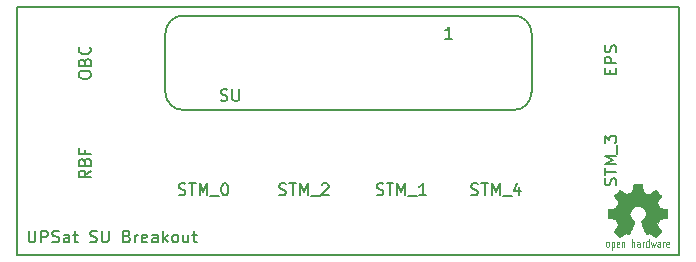
<source format=gbr>
G04 #@! TF.FileFunction,Legend,Top*
%FSLAX46Y46*%
G04 Gerber Fmt 4.6, Leading zero omitted, Abs format (unit mm)*
G04 Created by KiCad (PCBNEW no-vcs-found-product) date Wed 23 Mar 2016 01:41:40 PM EET*
%MOMM*%
G01*
G04 APERTURE LIST*
%ADD10C,0.100000*%
%ADD11C,0.150000*%
%ADD12C,0.075000*%
%ADD13C,0.002540*%
G04 APERTURE END LIST*
D10*
D11*
X143702380Y-112202381D02*
X143702380Y-113011905D01*
X143749999Y-113107143D01*
X143797618Y-113154762D01*
X143892856Y-113202381D01*
X144083333Y-113202381D01*
X144178571Y-113154762D01*
X144226190Y-113107143D01*
X144273809Y-113011905D01*
X144273809Y-112202381D01*
X144749999Y-113202381D02*
X144749999Y-112202381D01*
X145130952Y-112202381D01*
X145226190Y-112250000D01*
X145273809Y-112297619D01*
X145321428Y-112392857D01*
X145321428Y-112535714D01*
X145273809Y-112630952D01*
X145226190Y-112678571D01*
X145130952Y-112726190D01*
X144749999Y-112726190D01*
X145702380Y-113154762D02*
X145845237Y-113202381D01*
X146083333Y-113202381D01*
X146178571Y-113154762D01*
X146226190Y-113107143D01*
X146273809Y-113011905D01*
X146273809Y-112916667D01*
X146226190Y-112821429D01*
X146178571Y-112773810D01*
X146083333Y-112726190D01*
X145892856Y-112678571D01*
X145797618Y-112630952D01*
X145749999Y-112583333D01*
X145702380Y-112488095D01*
X145702380Y-112392857D01*
X145749999Y-112297619D01*
X145797618Y-112250000D01*
X145892856Y-112202381D01*
X146130952Y-112202381D01*
X146273809Y-112250000D01*
X147130952Y-113202381D02*
X147130952Y-112678571D01*
X147083333Y-112583333D01*
X146988095Y-112535714D01*
X146797618Y-112535714D01*
X146702380Y-112583333D01*
X147130952Y-113154762D02*
X147035714Y-113202381D01*
X146797618Y-113202381D01*
X146702380Y-113154762D01*
X146654761Y-113059524D01*
X146654761Y-112964286D01*
X146702380Y-112869048D01*
X146797618Y-112821429D01*
X147035714Y-112821429D01*
X147130952Y-112773810D01*
X147464285Y-112535714D02*
X147845237Y-112535714D01*
X147607142Y-112202381D02*
X147607142Y-113059524D01*
X147654761Y-113154762D01*
X147749999Y-113202381D01*
X147845237Y-113202381D01*
X148892857Y-113154762D02*
X149035714Y-113202381D01*
X149273810Y-113202381D01*
X149369048Y-113154762D01*
X149416667Y-113107143D01*
X149464286Y-113011905D01*
X149464286Y-112916667D01*
X149416667Y-112821429D01*
X149369048Y-112773810D01*
X149273810Y-112726190D01*
X149083333Y-112678571D01*
X148988095Y-112630952D01*
X148940476Y-112583333D01*
X148892857Y-112488095D01*
X148892857Y-112392857D01*
X148940476Y-112297619D01*
X148988095Y-112250000D01*
X149083333Y-112202381D01*
X149321429Y-112202381D01*
X149464286Y-112250000D01*
X149892857Y-112202381D02*
X149892857Y-113011905D01*
X149940476Y-113107143D01*
X149988095Y-113154762D01*
X150083333Y-113202381D01*
X150273810Y-113202381D01*
X150369048Y-113154762D01*
X150416667Y-113107143D01*
X150464286Y-113011905D01*
X150464286Y-112202381D01*
X152035715Y-112678571D02*
X152178572Y-112726190D01*
X152226191Y-112773810D01*
X152273810Y-112869048D01*
X152273810Y-113011905D01*
X152226191Y-113107143D01*
X152178572Y-113154762D01*
X152083334Y-113202381D01*
X151702381Y-113202381D01*
X151702381Y-112202381D01*
X152035715Y-112202381D01*
X152130953Y-112250000D01*
X152178572Y-112297619D01*
X152226191Y-112392857D01*
X152226191Y-112488095D01*
X152178572Y-112583333D01*
X152130953Y-112630952D01*
X152035715Y-112678571D01*
X151702381Y-112678571D01*
X152702381Y-113202381D02*
X152702381Y-112535714D01*
X152702381Y-112726190D02*
X152750000Y-112630952D01*
X152797619Y-112583333D01*
X152892857Y-112535714D01*
X152988096Y-112535714D01*
X153702382Y-113154762D02*
X153607144Y-113202381D01*
X153416667Y-113202381D01*
X153321429Y-113154762D01*
X153273810Y-113059524D01*
X153273810Y-112678571D01*
X153321429Y-112583333D01*
X153416667Y-112535714D01*
X153607144Y-112535714D01*
X153702382Y-112583333D01*
X153750001Y-112678571D01*
X153750001Y-112773810D01*
X153273810Y-112869048D01*
X154607144Y-113202381D02*
X154607144Y-112678571D01*
X154559525Y-112583333D01*
X154464287Y-112535714D01*
X154273810Y-112535714D01*
X154178572Y-112583333D01*
X154607144Y-113154762D02*
X154511906Y-113202381D01*
X154273810Y-113202381D01*
X154178572Y-113154762D01*
X154130953Y-113059524D01*
X154130953Y-112964286D01*
X154178572Y-112869048D01*
X154273810Y-112821429D01*
X154511906Y-112821429D01*
X154607144Y-112773810D01*
X155083334Y-113202381D02*
X155083334Y-112202381D01*
X155178572Y-112821429D02*
X155464287Y-113202381D01*
X155464287Y-112535714D02*
X155083334Y-112916667D01*
X156035715Y-113202381D02*
X155940477Y-113154762D01*
X155892858Y-113107143D01*
X155845239Y-113011905D01*
X155845239Y-112726190D01*
X155892858Y-112630952D01*
X155940477Y-112583333D01*
X156035715Y-112535714D01*
X156178573Y-112535714D01*
X156273811Y-112583333D01*
X156321430Y-112630952D01*
X156369049Y-112726190D01*
X156369049Y-113011905D01*
X156321430Y-113107143D01*
X156273811Y-113154762D01*
X156178573Y-113202381D01*
X156035715Y-113202381D01*
X157226192Y-112535714D02*
X157226192Y-113202381D01*
X156797620Y-112535714D02*
X156797620Y-113059524D01*
X156845239Y-113154762D01*
X156940477Y-113202381D01*
X157083335Y-113202381D01*
X157178573Y-113154762D01*
X157226192Y-113107143D01*
X157559525Y-112535714D02*
X157940477Y-112535714D01*
X157702382Y-112202381D02*
X157702382Y-113059524D01*
X157750001Y-113154762D01*
X157845239Y-113202381D01*
X157940477Y-113202381D01*
X142750000Y-93250000D02*
X198750000Y-93250000D01*
X142750000Y-114250000D02*
X142750000Y-93250000D01*
X198750000Y-114250000D02*
X142750000Y-114250000D01*
X198750000Y-93250000D02*
X198750000Y-114250000D01*
X184773873Y-101984742D02*
X156773873Y-101984742D01*
X155273873Y-100484742D02*
G75*
G03X156773873Y-101984742I1500000J0D01*
G01*
X155273873Y-100484742D02*
X155273873Y-95484742D01*
X156773873Y-93984742D02*
G75*
G03X155273873Y-95484742I0J-1500000D01*
G01*
X156773873Y-93984742D02*
X184773873Y-93984742D01*
X186273873Y-95484742D02*
G75*
G03X184773873Y-93984742I-1500000J0D01*
G01*
X186273873Y-95484742D02*
X186273873Y-100484742D01*
X184773873Y-101984742D02*
G75*
G03X186273873Y-100484742I0J1500000D01*
G01*
D12*
X197410000Y-113120000D02*
X197410000Y-113580000D01*
X197500000Y-113120000D02*
X197550000Y-113120000D01*
X197450000Y-113150000D02*
X197500000Y-113120000D01*
X197430000Y-113170000D02*
X197450000Y-113150000D01*
X197410000Y-113240000D02*
X197430000Y-113170000D01*
X197850000Y-113580000D02*
X197900000Y-113550000D01*
X197750000Y-113580000D02*
X197850000Y-113580000D01*
X197710000Y-113550000D02*
X197750000Y-113580000D01*
X197690000Y-113480000D02*
X197710000Y-113550000D01*
X197690000Y-113210000D02*
X197690000Y-113480000D01*
X197720000Y-113150000D02*
X197690000Y-113210000D01*
X197760000Y-113120000D02*
X197720000Y-113150000D01*
X197860000Y-113120000D02*
X197760000Y-113120000D01*
X197900000Y-113160000D02*
X197860000Y-113120000D01*
X197920000Y-113230000D02*
X197900000Y-113160000D01*
X197920000Y-113350000D02*
X197920000Y-113230000D01*
X197920000Y-113350000D02*
X197690000Y-113350000D01*
X197170000Y-113210000D02*
X197170000Y-113580000D01*
X197140000Y-113150000D02*
X197170000Y-113210000D01*
X197100000Y-113120000D02*
X197140000Y-113150000D01*
X197000000Y-113120000D02*
X197100000Y-113120000D01*
X196950000Y-113150000D02*
X197000000Y-113120000D01*
X197010000Y-113310000D02*
X196960000Y-113340000D01*
X197130000Y-113310000D02*
X197010000Y-113310000D01*
X197170000Y-113280000D02*
X197130000Y-113310000D01*
X197120000Y-113580000D02*
X197170000Y-113540000D01*
X197000000Y-113580000D02*
X197120000Y-113580000D01*
X196950000Y-113540000D02*
X197000000Y-113580000D01*
X196930000Y-113480000D02*
X196950000Y-113540000D01*
X196930000Y-113410000D02*
X196930000Y-113480000D01*
X196960000Y-113340000D02*
X196930000Y-113410000D01*
X196380000Y-113120000D02*
X196480000Y-113580000D01*
X196480000Y-113580000D02*
X196570000Y-113240000D01*
X196570000Y-113240000D02*
X196670000Y-113580000D01*
X196670000Y-113580000D02*
X196770000Y-113120000D01*
X196190000Y-113550000D02*
X196150000Y-113580000D01*
X196150000Y-113580000D02*
X196040000Y-113580000D01*
X196040000Y-113580000D02*
X196000000Y-113550000D01*
X196000000Y-113550000D02*
X195980000Y-113520000D01*
X195980000Y-113520000D02*
X195950000Y-113450000D01*
X195950000Y-113450000D02*
X195950000Y-113250000D01*
X195950000Y-113250000D02*
X195980000Y-113180000D01*
X195980000Y-113180000D02*
X196000000Y-113150000D01*
X196000000Y-113150000D02*
X196060000Y-113110000D01*
X196060000Y-113110000D02*
X196130000Y-113110000D01*
X196130000Y-113110000D02*
X196190000Y-113150000D01*
X196190000Y-112880000D02*
X196190000Y-113580000D01*
X195670000Y-113240000D02*
X195690000Y-113170000D01*
X195690000Y-113170000D02*
X195710000Y-113150000D01*
X195710000Y-113150000D02*
X195760000Y-113120000D01*
X195760000Y-113120000D02*
X195810000Y-113120000D01*
X195670000Y-113120000D02*
X195670000Y-113580000D01*
X195220000Y-113340000D02*
X195190000Y-113410000D01*
X195190000Y-113410000D02*
X195190000Y-113480000D01*
X195190000Y-113480000D02*
X195210000Y-113540000D01*
X195210000Y-113540000D02*
X195260000Y-113580000D01*
X195260000Y-113580000D02*
X195380000Y-113580000D01*
X195380000Y-113580000D02*
X195430000Y-113540000D01*
X195430000Y-113280000D02*
X195390000Y-113310000D01*
X195390000Y-113310000D02*
X195270000Y-113310000D01*
X195270000Y-113310000D02*
X195220000Y-113340000D01*
X195210000Y-113150000D02*
X195260000Y-113120000D01*
X195260000Y-113120000D02*
X195360000Y-113120000D01*
X195360000Y-113120000D02*
X195400000Y-113150000D01*
X195400000Y-113150000D02*
X195430000Y-113210000D01*
X195430000Y-113210000D02*
X195430000Y-113580000D01*
X194760000Y-113190000D02*
X194780000Y-113150000D01*
X194780000Y-113150000D02*
X194830000Y-113120000D01*
X194830000Y-113120000D02*
X194910000Y-113120000D01*
X194910000Y-113120000D02*
X194950000Y-113150000D01*
X194950000Y-113150000D02*
X194970000Y-113210000D01*
X194970000Y-113210000D02*
X194970000Y-113580000D01*
X194760000Y-112880000D02*
X194760000Y-113580000D01*
X193710000Y-113350000D02*
X193480000Y-113350000D01*
X193930000Y-113180000D02*
X193950000Y-113150000D01*
X193950000Y-113150000D02*
X193990000Y-113120000D01*
X193990000Y-113120000D02*
X194080000Y-113120000D01*
X194080000Y-113120000D02*
X194120000Y-113150000D01*
X194120000Y-113150000D02*
X194140000Y-113210000D01*
X194140000Y-113210000D02*
X194140000Y-113580000D01*
X193930000Y-113120000D02*
X193930000Y-113580000D01*
X193710000Y-113350000D02*
X193710000Y-113230000D01*
X193710000Y-113230000D02*
X193690000Y-113160000D01*
X193690000Y-113160000D02*
X193650000Y-113120000D01*
X193650000Y-113120000D02*
X193550000Y-113120000D01*
X193550000Y-113120000D02*
X193510000Y-113150000D01*
X193510000Y-113150000D02*
X193480000Y-113210000D01*
X193480000Y-113210000D02*
X193480000Y-113480000D01*
X193480000Y-113480000D02*
X193500000Y-113550000D01*
X193500000Y-113550000D02*
X193540000Y-113580000D01*
X193540000Y-113580000D02*
X193640000Y-113580000D01*
X193640000Y-113580000D02*
X193690000Y-113550000D01*
X193050000Y-113150000D02*
X193090000Y-113120000D01*
X193090000Y-113120000D02*
X193190000Y-113120000D01*
X193190000Y-113120000D02*
X193230000Y-113150000D01*
X193230000Y-113150000D02*
X193260000Y-113180000D01*
X193260000Y-113180000D02*
X193280000Y-113240000D01*
X193280000Y-113240000D02*
X193280000Y-113460000D01*
X193280000Y-113460000D02*
X193260000Y-113520000D01*
X193260000Y-113520000D02*
X193240000Y-113550000D01*
X193240000Y-113550000D02*
X193200000Y-113580000D01*
X193200000Y-113580000D02*
X193100000Y-113580000D01*
X193100000Y-113580000D02*
X193050000Y-113550000D01*
X193050000Y-113820000D02*
X193050000Y-113120000D01*
X192740000Y-113120000D02*
X192660000Y-113120000D01*
X192660000Y-113120000D02*
X192620000Y-113150000D01*
X192620000Y-113150000D02*
X192600000Y-113180000D01*
X192600000Y-113180000D02*
X192570000Y-113250000D01*
X192660000Y-113580000D02*
X192740000Y-113580000D01*
X192740000Y-113580000D02*
X192790000Y-113550000D01*
X192790000Y-113550000D02*
X192810000Y-113520000D01*
X192810000Y-113520000D02*
X192830000Y-113450000D01*
X192830000Y-113450000D02*
X192830000Y-113250000D01*
X192830000Y-113250000D02*
X192810000Y-113190000D01*
X192810000Y-113190000D02*
X192790000Y-113160000D01*
X192790000Y-113160000D02*
X192740000Y-113120000D01*
X192570000Y-113250000D02*
X192570000Y-113450000D01*
X192570000Y-113450000D02*
X192590000Y-113510000D01*
X192590000Y-113510000D02*
X192610000Y-113540000D01*
X192610000Y-113540000D02*
X192660000Y-113580000D01*
D13*
G36*
X193736160Y-112745360D02*
X193761560Y-112730120D01*
X193819980Y-112694560D01*
X193903800Y-112638680D01*
X194002860Y-112572640D01*
X194101920Y-112506600D01*
X194183200Y-112453260D01*
X194239080Y-112415160D01*
X194264480Y-112402460D01*
X194277180Y-112407540D01*
X194322900Y-112430400D01*
X194391480Y-112465960D01*
X194432120Y-112486280D01*
X194493080Y-112511680D01*
X194526100Y-112519300D01*
X194531180Y-112509140D01*
X194554040Y-112460880D01*
X194589600Y-112379600D01*
X194635320Y-112270380D01*
X194691200Y-112143380D01*
X194747080Y-112008760D01*
X194805500Y-111869060D01*
X194861380Y-111734440D01*
X194909640Y-111615060D01*
X194950280Y-111518540D01*
X194975680Y-111449960D01*
X194985840Y-111422020D01*
X194983300Y-111414400D01*
X194950280Y-111383920D01*
X194896940Y-111343280D01*
X194777560Y-111246760D01*
X194660720Y-111101980D01*
X194589600Y-110936880D01*
X194566740Y-110751460D01*
X194587060Y-110581280D01*
X194653100Y-110418720D01*
X194767400Y-110271400D01*
X194907100Y-110162180D01*
X195069660Y-110093600D01*
X195250000Y-110070740D01*
X195422720Y-110091060D01*
X195590360Y-110157100D01*
X195737680Y-110268860D01*
X195801180Y-110339980D01*
X195887540Y-110489840D01*
X195935800Y-110647320D01*
X195940880Y-110687960D01*
X195933260Y-110863220D01*
X195882460Y-111033400D01*
X195788480Y-111183260D01*
X195658940Y-111307720D01*
X195643700Y-111317880D01*
X195585280Y-111363600D01*
X195544640Y-111394080D01*
X195514160Y-111419480D01*
X195737680Y-111957960D01*
X195773240Y-112041780D01*
X195834200Y-112189100D01*
X195887540Y-112316100D01*
X195930720Y-112417700D01*
X195961200Y-112483740D01*
X195973900Y-112511680D01*
X195973900Y-112514220D01*
X195994220Y-112516760D01*
X196034860Y-112501520D01*
X196111060Y-112465960D01*
X196159320Y-112440560D01*
X196217740Y-112412620D01*
X196243140Y-112402460D01*
X196266000Y-112415160D01*
X196319340Y-112450720D01*
X196400620Y-112504060D01*
X196497140Y-112567560D01*
X196588580Y-112631060D01*
X196672400Y-112686940D01*
X196733360Y-112725040D01*
X196763840Y-112742820D01*
X196768920Y-112742820D01*
X196794320Y-112727580D01*
X196842580Y-112686940D01*
X196916240Y-112618360D01*
X197020380Y-112514220D01*
X197035620Y-112498980D01*
X197121980Y-112412620D01*
X197190560Y-112338960D01*
X197236280Y-112288160D01*
X197254060Y-112265300D01*
X197254060Y-112265300D01*
X197238820Y-112234820D01*
X197200720Y-112173860D01*
X197144840Y-112087500D01*
X197076260Y-111988440D01*
X196898460Y-111729360D01*
X196994980Y-111485520D01*
X197025460Y-111409320D01*
X197063560Y-111320420D01*
X197091500Y-111254380D01*
X197106740Y-111226440D01*
X197132140Y-111216280D01*
X197200720Y-111201040D01*
X197297240Y-111180720D01*
X197411540Y-111160400D01*
X197523300Y-111140080D01*
X197622360Y-111119760D01*
X197693480Y-111107060D01*
X197726500Y-111099440D01*
X197734120Y-111094360D01*
X197741740Y-111079120D01*
X197744280Y-111046100D01*
X197746820Y-110985140D01*
X197749360Y-110891160D01*
X197749360Y-110751460D01*
X197749360Y-110736220D01*
X197746820Y-110606680D01*
X197744280Y-110500000D01*
X197741740Y-110433960D01*
X197736660Y-110406020D01*
X197736660Y-110406020D01*
X197706180Y-110398400D01*
X197635060Y-110383160D01*
X197536000Y-110365380D01*
X197416620Y-110342520D01*
X197409000Y-110339980D01*
X197292160Y-110317120D01*
X197193100Y-110296800D01*
X197121980Y-110281560D01*
X197094040Y-110271400D01*
X197086420Y-110263780D01*
X197063560Y-110218060D01*
X197030540Y-110144400D01*
X196989900Y-110055500D01*
X196951800Y-109961520D01*
X196918780Y-109877700D01*
X196895920Y-109816740D01*
X196888300Y-109788800D01*
X196890840Y-109786260D01*
X196908620Y-109758320D01*
X196949260Y-109697360D01*
X197005140Y-109613540D01*
X197073720Y-109511940D01*
X197078800Y-109504320D01*
X197147380Y-109405260D01*
X197203260Y-109318900D01*
X197238820Y-109260480D01*
X197254060Y-109232540D01*
X197254060Y-109230000D01*
X197231200Y-109199520D01*
X197180400Y-109143640D01*
X197106740Y-109067440D01*
X197020380Y-108978540D01*
X196992440Y-108953140D01*
X196893380Y-108856620D01*
X196827340Y-108795660D01*
X196784160Y-108762640D01*
X196763840Y-108755020D01*
X196763840Y-108755020D01*
X196733360Y-108772800D01*
X196669860Y-108813440D01*
X196586040Y-108871860D01*
X196484440Y-108940440D01*
X196476820Y-108945520D01*
X196377760Y-109014100D01*
X196293940Y-109069980D01*
X196235520Y-109110620D01*
X196207580Y-109125860D01*
X196205040Y-109125860D01*
X196164400Y-109113160D01*
X196093280Y-109087760D01*
X196004380Y-109054740D01*
X195912940Y-109016640D01*
X195829120Y-108981080D01*
X195765620Y-108953140D01*
X195735140Y-108935360D01*
X195735140Y-108935360D01*
X195724980Y-108899800D01*
X195707200Y-108823600D01*
X195686880Y-108722000D01*
X195661480Y-108600080D01*
X195658940Y-108579760D01*
X195636080Y-108460380D01*
X195618300Y-108361320D01*
X195603060Y-108292740D01*
X195595440Y-108264800D01*
X195580200Y-108262260D01*
X195521780Y-108257180D01*
X195432880Y-108254640D01*
X195323660Y-108254640D01*
X195211900Y-108254640D01*
X195102680Y-108257180D01*
X195008700Y-108259720D01*
X194940120Y-108264800D01*
X194912180Y-108269880D01*
X194912180Y-108272420D01*
X194902020Y-108310520D01*
X194884240Y-108384180D01*
X194863920Y-108488320D01*
X194841060Y-108610240D01*
X194835980Y-108633100D01*
X194813120Y-108749940D01*
X194792800Y-108849000D01*
X194780100Y-108915040D01*
X194772480Y-108942980D01*
X194759780Y-108948060D01*
X194711520Y-108968380D01*
X194632780Y-109001400D01*
X194533720Y-109042040D01*
X194305120Y-109133480D01*
X194023180Y-108942980D01*
X193997780Y-108925200D01*
X193896180Y-108856620D01*
X193814900Y-108800740D01*
X193756480Y-108762640D01*
X193733620Y-108749940D01*
X193731080Y-108749940D01*
X193703140Y-108775340D01*
X193647260Y-108828680D01*
X193571060Y-108902340D01*
X193482160Y-108988700D01*
X193418660Y-109054740D01*
X193339920Y-109133480D01*
X193291660Y-109186820D01*
X193263720Y-109219840D01*
X193256100Y-109240160D01*
X193258640Y-109255400D01*
X193276420Y-109283340D01*
X193317060Y-109344300D01*
X193375480Y-109430660D01*
X193444060Y-109529720D01*
X193499940Y-109613540D01*
X193560900Y-109707520D01*
X193599000Y-109773560D01*
X193614240Y-109806580D01*
X193609160Y-109819280D01*
X193591380Y-109875160D01*
X193555820Y-109958980D01*
X193515180Y-110058040D01*
X193416120Y-110279020D01*
X193271340Y-110306960D01*
X193182440Y-110324740D01*
X193060520Y-110347600D01*
X192941140Y-110370460D01*
X192758260Y-110406020D01*
X192750640Y-111081660D01*
X192778580Y-111094360D01*
X192806520Y-111101980D01*
X192875100Y-111117220D01*
X192971620Y-111137540D01*
X193088460Y-111157860D01*
X193184980Y-111175640D01*
X193284040Y-111195960D01*
X193355160Y-111208660D01*
X193385640Y-111216280D01*
X193395800Y-111226440D01*
X193418660Y-111274700D01*
X193454220Y-111350900D01*
X193494860Y-111442340D01*
X193532960Y-111536320D01*
X193568520Y-111625220D01*
X193591380Y-111691260D01*
X193601540Y-111724280D01*
X193588840Y-111752220D01*
X193550740Y-111810640D01*
X193497400Y-111891920D01*
X193428820Y-111990980D01*
X193362780Y-112087500D01*
X193304360Y-112171320D01*
X193266260Y-112232280D01*
X193248480Y-112260220D01*
X193258640Y-112278000D01*
X193296740Y-112326260D01*
X193370400Y-112402460D01*
X193482160Y-112511680D01*
X193499940Y-112529460D01*
X193586300Y-112613280D01*
X193659960Y-112681860D01*
X193713300Y-112727580D01*
X193736160Y-112745360D01*
X193736160Y-112745360D01*
G37*
X193736160Y-112745360D02*
X193761560Y-112730120D01*
X193819980Y-112694560D01*
X193903800Y-112638680D01*
X194002860Y-112572640D01*
X194101920Y-112506600D01*
X194183200Y-112453260D01*
X194239080Y-112415160D01*
X194264480Y-112402460D01*
X194277180Y-112407540D01*
X194322900Y-112430400D01*
X194391480Y-112465960D01*
X194432120Y-112486280D01*
X194493080Y-112511680D01*
X194526100Y-112519300D01*
X194531180Y-112509140D01*
X194554040Y-112460880D01*
X194589600Y-112379600D01*
X194635320Y-112270380D01*
X194691200Y-112143380D01*
X194747080Y-112008760D01*
X194805500Y-111869060D01*
X194861380Y-111734440D01*
X194909640Y-111615060D01*
X194950280Y-111518540D01*
X194975680Y-111449960D01*
X194985840Y-111422020D01*
X194983300Y-111414400D01*
X194950280Y-111383920D01*
X194896940Y-111343280D01*
X194777560Y-111246760D01*
X194660720Y-111101980D01*
X194589600Y-110936880D01*
X194566740Y-110751460D01*
X194587060Y-110581280D01*
X194653100Y-110418720D01*
X194767400Y-110271400D01*
X194907100Y-110162180D01*
X195069660Y-110093600D01*
X195250000Y-110070740D01*
X195422720Y-110091060D01*
X195590360Y-110157100D01*
X195737680Y-110268860D01*
X195801180Y-110339980D01*
X195887540Y-110489840D01*
X195935800Y-110647320D01*
X195940880Y-110687960D01*
X195933260Y-110863220D01*
X195882460Y-111033400D01*
X195788480Y-111183260D01*
X195658940Y-111307720D01*
X195643700Y-111317880D01*
X195585280Y-111363600D01*
X195544640Y-111394080D01*
X195514160Y-111419480D01*
X195737680Y-111957960D01*
X195773240Y-112041780D01*
X195834200Y-112189100D01*
X195887540Y-112316100D01*
X195930720Y-112417700D01*
X195961200Y-112483740D01*
X195973900Y-112511680D01*
X195973900Y-112514220D01*
X195994220Y-112516760D01*
X196034860Y-112501520D01*
X196111060Y-112465960D01*
X196159320Y-112440560D01*
X196217740Y-112412620D01*
X196243140Y-112402460D01*
X196266000Y-112415160D01*
X196319340Y-112450720D01*
X196400620Y-112504060D01*
X196497140Y-112567560D01*
X196588580Y-112631060D01*
X196672400Y-112686940D01*
X196733360Y-112725040D01*
X196763840Y-112742820D01*
X196768920Y-112742820D01*
X196794320Y-112727580D01*
X196842580Y-112686940D01*
X196916240Y-112618360D01*
X197020380Y-112514220D01*
X197035620Y-112498980D01*
X197121980Y-112412620D01*
X197190560Y-112338960D01*
X197236280Y-112288160D01*
X197254060Y-112265300D01*
X197254060Y-112265300D01*
X197238820Y-112234820D01*
X197200720Y-112173860D01*
X197144840Y-112087500D01*
X197076260Y-111988440D01*
X196898460Y-111729360D01*
X196994980Y-111485520D01*
X197025460Y-111409320D01*
X197063560Y-111320420D01*
X197091500Y-111254380D01*
X197106740Y-111226440D01*
X197132140Y-111216280D01*
X197200720Y-111201040D01*
X197297240Y-111180720D01*
X197411540Y-111160400D01*
X197523300Y-111140080D01*
X197622360Y-111119760D01*
X197693480Y-111107060D01*
X197726500Y-111099440D01*
X197734120Y-111094360D01*
X197741740Y-111079120D01*
X197744280Y-111046100D01*
X197746820Y-110985140D01*
X197749360Y-110891160D01*
X197749360Y-110751460D01*
X197749360Y-110736220D01*
X197746820Y-110606680D01*
X197744280Y-110500000D01*
X197741740Y-110433960D01*
X197736660Y-110406020D01*
X197736660Y-110406020D01*
X197706180Y-110398400D01*
X197635060Y-110383160D01*
X197536000Y-110365380D01*
X197416620Y-110342520D01*
X197409000Y-110339980D01*
X197292160Y-110317120D01*
X197193100Y-110296800D01*
X197121980Y-110281560D01*
X197094040Y-110271400D01*
X197086420Y-110263780D01*
X197063560Y-110218060D01*
X197030540Y-110144400D01*
X196989900Y-110055500D01*
X196951800Y-109961520D01*
X196918780Y-109877700D01*
X196895920Y-109816740D01*
X196888300Y-109788800D01*
X196890840Y-109786260D01*
X196908620Y-109758320D01*
X196949260Y-109697360D01*
X197005140Y-109613540D01*
X197073720Y-109511940D01*
X197078800Y-109504320D01*
X197147380Y-109405260D01*
X197203260Y-109318900D01*
X197238820Y-109260480D01*
X197254060Y-109232540D01*
X197254060Y-109230000D01*
X197231200Y-109199520D01*
X197180400Y-109143640D01*
X197106740Y-109067440D01*
X197020380Y-108978540D01*
X196992440Y-108953140D01*
X196893380Y-108856620D01*
X196827340Y-108795660D01*
X196784160Y-108762640D01*
X196763840Y-108755020D01*
X196763840Y-108755020D01*
X196733360Y-108772800D01*
X196669860Y-108813440D01*
X196586040Y-108871860D01*
X196484440Y-108940440D01*
X196476820Y-108945520D01*
X196377760Y-109014100D01*
X196293940Y-109069980D01*
X196235520Y-109110620D01*
X196207580Y-109125860D01*
X196205040Y-109125860D01*
X196164400Y-109113160D01*
X196093280Y-109087760D01*
X196004380Y-109054740D01*
X195912940Y-109016640D01*
X195829120Y-108981080D01*
X195765620Y-108953140D01*
X195735140Y-108935360D01*
X195735140Y-108935360D01*
X195724980Y-108899800D01*
X195707200Y-108823600D01*
X195686880Y-108722000D01*
X195661480Y-108600080D01*
X195658940Y-108579760D01*
X195636080Y-108460380D01*
X195618300Y-108361320D01*
X195603060Y-108292740D01*
X195595440Y-108264800D01*
X195580200Y-108262260D01*
X195521780Y-108257180D01*
X195432880Y-108254640D01*
X195323660Y-108254640D01*
X195211900Y-108254640D01*
X195102680Y-108257180D01*
X195008700Y-108259720D01*
X194940120Y-108264800D01*
X194912180Y-108269880D01*
X194912180Y-108272420D01*
X194902020Y-108310520D01*
X194884240Y-108384180D01*
X194863920Y-108488320D01*
X194841060Y-108610240D01*
X194835980Y-108633100D01*
X194813120Y-108749940D01*
X194792800Y-108849000D01*
X194780100Y-108915040D01*
X194772480Y-108942980D01*
X194759780Y-108948060D01*
X194711520Y-108968380D01*
X194632780Y-109001400D01*
X194533720Y-109042040D01*
X194305120Y-109133480D01*
X194023180Y-108942980D01*
X193997780Y-108925200D01*
X193896180Y-108856620D01*
X193814900Y-108800740D01*
X193756480Y-108762640D01*
X193733620Y-108749940D01*
X193731080Y-108749940D01*
X193703140Y-108775340D01*
X193647260Y-108828680D01*
X193571060Y-108902340D01*
X193482160Y-108988700D01*
X193418660Y-109054740D01*
X193339920Y-109133480D01*
X193291660Y-109186820D01*
X193263720Y-109219840D01*
X193256100Y-109240160D01*
X193258640Y-109255400D01*
X193276420Y-109283340D01*
X193317060Y-109344300D01*
X193375480Y-109430660D01*
X193444060Y-109529720D01*
X193499940Y-109613540D01*
X193560900Y-109707520D01*
X193599000Y-109773560D01*
X193614240Y-109806580D01*
X193609160Y-109819280D01*
X193591380Y-109875160D01*
X193555820Y-109958980D01*
X193515180Y-110058040D01*
X193416120Y-110279020D01*
X193271340Y-110306960D01*
X193182440Y-110324740D01*
X193060520Y-110347600D01*
X192941140Y-110370460D01*
X192758260Y-110406020D01*
X192750640Y-111081660D01*
X192778580Y-111094360D01*
X192806520Y-111101980D01*
X192875100Y-111117220D01*
X192971620Y-111137540D01*
X193088460Y-111157860D01*
X193184980Y-111175640D01*
X193284040Y-111195960D01*
X193355160Y-111208660D01*
X193385640Y-111216280D01*
X193395800Y-111226440D01*
X193418660Y-111274700D01*
X193454220Y-111350900D01*
X193494860Y-111442340D01*
X193532960Y-111536320D01*
X193568520Y-111625220D01*
X193591380Y-111691260D01*
X193601540Y-111724280D01*
X193588840Y-111752220D01*
X193550740Y-111810640D01*
X193497400Y-111891920D01*
X193428820Y-111990980D01*
X193362780Y-112087500D01*
X193304360Y-112171320D01*
X193266260Y-112232280D01*
X193248480Y-112260220D01*
X193258640Y-112278000D01*
X193296740Y-112326260D01*
X193370400Y-112402460D01*
X193482160Y-112511680D01*
X193499940Y-112529460D01*
X193586300Y-112613280D01*
X193659960Y-112681860D01*
X193713300Y-112727580D01*
X193736160Y-112745360D01*
D11*
X159940476Y-101154762D02*
X160083333Y-101202381D01*
X160321429Y-101202381D01*
X160416667Y-101154762D01*
X160464286Y-101107143D01*
X160511905Y-101011905D01*
X160511905Y-100916667D01*
X160464286Y-100821429D01*
X160416667Y-100773810D01*
X160321429Y-100726190D01*
X160130952Y-100678571D01*
X160035714Y-100630952D01*
X159988095Y-100583333D01*
X159940476Y-100488095D01*
X159940476Y-100392857D01*
X159988095Y-100297619D01*
X160035714Y-100250000D01*
X160130952Y-100202381D01*
X160369048Y-100202381D01*
X160511905Y-100250000D01*
X160940476Y-100202381D02*
X160940476Y-101011905D01*
X160988095Y-101107143D01*
X161035714Y-101154762D01*
X161130952Y-101202381D01*
X161321429Y-101202381D01*
X161416667Y-101154762D01*
X161464286Y-101107143D01*
X161511905Y-101011905D01*
X161511905Y-100202381D01*
X179559588Y-95936423D02*
X178988159Y-95936423D01*
X179273873Y-95936423D02*
X179273873Y-94936423D01*
X179178635Y-95079280D01*
X179083397Y-95174518D01*
X178988159Y-95222137D01*
X192928571Y-98940476D02*
X192928571Y-98607142D01*
X193452381Y-98464285D02*
X193452381Y-98940476D01*
X192452381Y-98940476D01*
X192452381Y-98464285D01*
X193452381Y-98035714D02*
X192452381Y-98035714D01*
X192452381Y-97654761D01*
X192500000Y-97559523D01*
X192547619Y-97511904D01*
X192642857Y-97464285D01*
X192785714Y-97464285D01*
X192880952Y-97511904D01*
X192928571Y-97559523D01*
X192976190Y-97654761D01*
X192976190Y-98035714D01*
X193404762Y-97083333D02*
X193452381Y-96940476D01*
X193452381Y-96702380D01*
X193404762Y-96607142D01*
X193357143Y-96559523D01*
X193261905Y-96511904D01*
X193166667Y-96511904D01*
X193071429Y-96559523D01*
X193023810Y-96607142D01*
X192976190Y-96702380D01*
X192928571Y-96892857D01*
X192880952Y-96988095D01*
X192833333Y-97035714D01*
X192738095Y-97083333D01*
X192642857Y-97083333D01*
X192547619Y-97035714D01*
X192500000Y-96988095D01*
X192452381Y-96892857D01*
X192452381Y-96654761D01*
X192500000Y-96511904D01*
X147952381Y-99095238D02*
X147952381Y-98904761D01*
X148000000Y-98809523D01*
X148095238Y-98714285D01*
X148285714Y-98666666D01*
X148619048Y-98666666D01*
X148809524Y-98714285D01*
X148904762Y-98809523D01*
X148952381Y-98904761D01*
X148952381Y-99095238D01*
X148904762Y-99190476D01*
X148809524Y-99285714D01*
X148619048Y-99333333D01*
X148285714Y-99333333D01*
X148095238Y-99285714D01*
X148000000Y-99190476D01*
X147952381Y-99095238D01*
X148428571Y-97904761D02*
X148476190Y-97761904D01*
X148523810Y-97714285D01*
X148619048Y-97666666D01*
X148761905Y-97666666D01*
X148857143Y-97714285D01*
X148904762Y-97761904D01*
X148952381Y-97857142D01*
X148952381Y-98238095D01*
X147952381Y-98238095D01*
X147952381Y-97904761D01*
X148000000Y-97809523D01*
X148047619Y-97761904D01*
X148142857Y-97714285D01*
X148238095Y-97714285D01*
X148333333Y-97761904D01*
X148380952Y-97809523D01*
X148428571Y-97904761D01*
X148428571Y-98238095D01*
X148857143Y-96666666D02*
X148904762Y-96714285D01*
X148952381Y-96857142D01*
X148952381Y-96952380D01*
X148904762Y-97095238D01*
X148809524Y-97190476D01*
X148714286Y-97238095D01*
X148523810Y-97285714D01*
X148380952Y-97285714D01*
X148190476Y-97238095D01*
X148095238Y-97190476D01*
X148000000Y-97095238D01*
X147952381Y-96952380D01*
X147952381Y-96857142D01*
X148000000Y-96714285D01*
X148047619Y-96666666D01*
X148952381Y-107119047D02*
X148476190Y-107452381D01*
X148952381Y-107690476D02*
X147952381Y-107690476D01*
X147952381Y-107309523D01*
X148000000Y-107214285D01*
X148047619Y-107166666D01*
X148142857Y-107119047D01*
X148285714Y-107119047D01*
X148380952Y-107166666D01*
X148428571Y-107214285D01*
X148476190Y-107309523D01*
X148476190Y-107690476D01*
X148428571Y-106357142D02*
X148476190Y-106214285D01*
X148523810Y-106166666D01*
X148619048Y-106119047D01*
X148761905Y-106119047D01*
X148857143Y-106166666D01*
X148904762Y-106214285D01*
X148952381Y-106309523D01*
X148952381Y-106690476D01*
X147952381Y-106690476D01*
X147952381Y-106357142D01*
X148000000Y-106261904D01*
X148047619Y-106214285D01*
X148142857Y-106166666D01*
X148238095Y-106166666D01*
X148333333Y-106214285D01*
X148380952Y-106261904D01*
X148428571Y-106357142D01*
X148428571Y-106690476D01*
X148428571Y-105357142D02*
X148428571Y-105690476D01*
X148952381Y-105690476D02*
X147952381Y-105690476D01*
X147952381Y-105214285D01*
X156404762Y-109154762D02*
X156547619Y-109202381D01*
X156785715Y-109202381D01*
X156880953Y-109154762D01*
X156928572Y-109107143D01*
X156976191Y-109011905D01*
X156976191Y-108916667D01*
X156928572Y-108821429D01*
X156880953Y-108773810D01*
X156785715Y-108726190D01*
X156595238Y-108678571D01*
X156500000Y-108630952D01*
X156452381Y-108583333D01*
X156404762Y-108488095D01*
X156404762Y-108392857D01*
X156452381Y-108297619D01*
X156500000Y-108250000D01*
X156595238Y-108202381D01*
X156833334Y-108202381D01*
X156976191Y-108250000D01*
X157261905Y-108202381D02*
X157833334Y-108202381D01*
X157547619Y-109202381D02*
X157547619Y-108202381D01*
X158166667Y-109202381D02*
X158166667Y-108202381D01*
X158500001Y-108916667D01*
X158833334Y-108202381D01*
X158833334Y-109202381D01*
X159071429Y-109297619D02*
X159833334Y-109297619D01*
X160261905Y-108202381D02*
X160357144Y-108202381D01*
X160452382Y-108250000D01*
X160500001Y-108297619D01*
X160547620Y-108392857D01*
X160595239Y-108583333D01*
X160595239Y-108821429D01*
X160547620Y-109011905D01*
X160500001Y-109107143D01*
X160452382Y-109154762D01*
X160357144Y-109202381D01*
X160261905Y-109202381D01*
X160166667Y-109154762D01*
X160119048Y-109107143D01*
X160071429Y-109011905D01*
X160023810Y-108821429D01*
X160023810Y-108583333D01*
X160071429Y-108392857D01*
X160119048Y-108297619D01*
X160166667Y-108250000D01*
X160261905Y-108202381D01*
X173154762Y-109154762D02*
X173297619Y-109202381D01*
X173535715Y-109202381D01*
X173630953Y-109154762D01*
X173678572Y-109107143D01*
X173726191Y-109011905D01*
X173726191Y-108916667D01*
X173678572Y-108821429D01*
X173630953Y-108773810D01*
X173535715Y-108726190D01*
X173345238Y-108678571D01*
X173250000Y-108630952D01*
X173202381Y-108583333D01*
X173154762Y-108488095D01*
X173154762Y-108392857D01*
X173202381Y-108297619D01*
X173250000Y-108250000D01*
X173345238Y-108202381D01*
X173583334Y-108202381D01*
X173726191Y-108250000D01*
X174011905Y-108202381D02*
X174583334Y-108202381D01*
X174297619Y-109202381D02*
X174297619Y-108202381D01*
X174916667Y-109202381D02*
X174916667Y-108202381D01*
X175250001Y-108916667D01*
X175583334Y-108202381D01*
X175583334Y-109202381D01*
X175821429Y-109297619D02*
X176583334Y-109297619D01*
X177345239Y-109202381D02*
X176773810Y-109202381D01*
X177059524Y-109202381D02*
X177059524Y-108202381D01*
X176964286Y-108345238D01*
X176869048Y-108440476D01*
X176773810Y-108488095D01*
X164904762Y-109154762D02*
X165047619Y-109202381D01*
X165285715Y-109202381D01*
X165380953Y-109154762D01*
X165428572Y-109107143D01*
X165476191Y-109011905D01*
X165476191Y-108916667D01*
X165428572Y-108821429D01*
X165380953Y-108773810D01*
X165285715Y-108726190D01*
X165095238Y-108678571D01*
X165000000Y-108630952D01*
X164952381Y-108583333D01*
X164904762Y-108488095D01*
X164904762Y-108392857D01*
X164952381Y-108297619D01*
X165000000Y-108250000D01*
X165095238Y-108202381D01*
X165333334Y-108202381D01*
X165476191Y-108250000D01*
X165761905Y-108202381D02*
X166333334Y-108202381D01*
X166047619Y-109202381D02*
X166047619Y-108202381D01*
X166666667Y-109202381D02*
X166666667Y-108202381D01*
X167000001Y-108916667D01*
X167333334Y-108202381D01*
X167333334Y-109202381D01*
X167571429Y-109297619D02*
X168333334Y-109297619D01*
X168523810Y-108297619D02*
X168571429Y-108250000D01*
X168666667Y-108202381D01*
X168904763Y-108202381D01*
X169000001Y-108250000D01*
X169047620Y-108297619D01*
X169095239Y-108392857D01*
X169095239Y-108488095D01*
X169047620Y-108630952D01*
X168476191Y-109202381D01*
X169095239Y-109202381D01*
X193404762Y-108345238D02*
X193452381Y-108202381D01*
X193452381Y-107964285D01*
X193404762Y-107869047D01*
X193357143Y-107821428D01*
X193261905Y-107773809D01*
X193166667Y-107773809D01*
X193071429Y-107821428D01*
X193023810Y-107869047D01*
X192976190Y-107964285D01*
X192928571Y-108154762D01*
X192880952Y-108250000D01*
X192833333Y-108297619D01*
X192738095Y-108345238D01*
X192642857Y-108345238D01*
X192547619Y-108297619D01*
X192500000Y-108250000D01*
X192452381Y-108154762D01*
X192452381Y-107916666D01*
X192500000Y-107773809D01*
X192452381Y-107488095D02*
X192452381Y-106916666D01*
X193452381Y-107202381D02*
X192452381Y-107202381D01*
X193452381Y-106583333D02*
X192452381Y-106583333D01*
X193166667Y-106249999D01*
X192452381Y-105916666D01*
X193452381Y-105916666D01*
X193547619Y-105678571D02*
X193547619Y-104916666D01*
X192452381Y-104773809D02*
X192452381Y-104154761D01*
X192833333Y-104488095D01*
X192833333Y-104345237D01*
X192880952Y-104249999D01*
X192928571Y-104202380D01*
X193023810Y-104154761D01*
X193261905Y-104154761D01*
X193357143Y-104202380D01*
X193404762Y-104249999D01*
X193452381Y-104345237D01*
X193452381Y-104630952D01*
X193404762Y-104726190D01*
X193357143Y-104773809D01*
X181154762Y-109154762D02*
X181297619Y-109202381D01*
X181535715Y-109202381D01*
X181630953Y-109154762D01*
X181678572Y-109107143D01*
X181726191Y-109011905D01*
X181726191Y-108916667D01*
X181678572Y-108821429D01*
X181630953Y-108773810D01*
X181535715Y-108726190D01*
X181345238Y-108678571D01*
X181250000Y-108630952D01*
X181202381Y-108583333D01*
X181154762Y-108488095D01*
X181154762Y-108392857D01*
X181202381Y-108297619D01*
X181250000Y-108250000D01*
X181345238Y-108202381D01*
X181583334Y-108202381D01*
X181726191Y-108250000D01*
X182011905Y-108202381D02*
X182583334Y-108202381D01*
X182297619Y-109202381D02*
X182297619Y-108202381D01*
X182916667Y-109202381D02*
X182916667Y-108202381D01*
X183250001Y-108916667D01*
X183583334Y-108202381D01*
X183583334Y-109202381D01*
X183821429Y-109297619D02*
X184583334Y-109297619D01*
X185250001Y-108535714D02*
X185250001Y-109202381D01*
X185011905Y-108154762D02*
X184773810Y-108869048D01*
X185392858Y-108869048D01*
M02*

</source>
